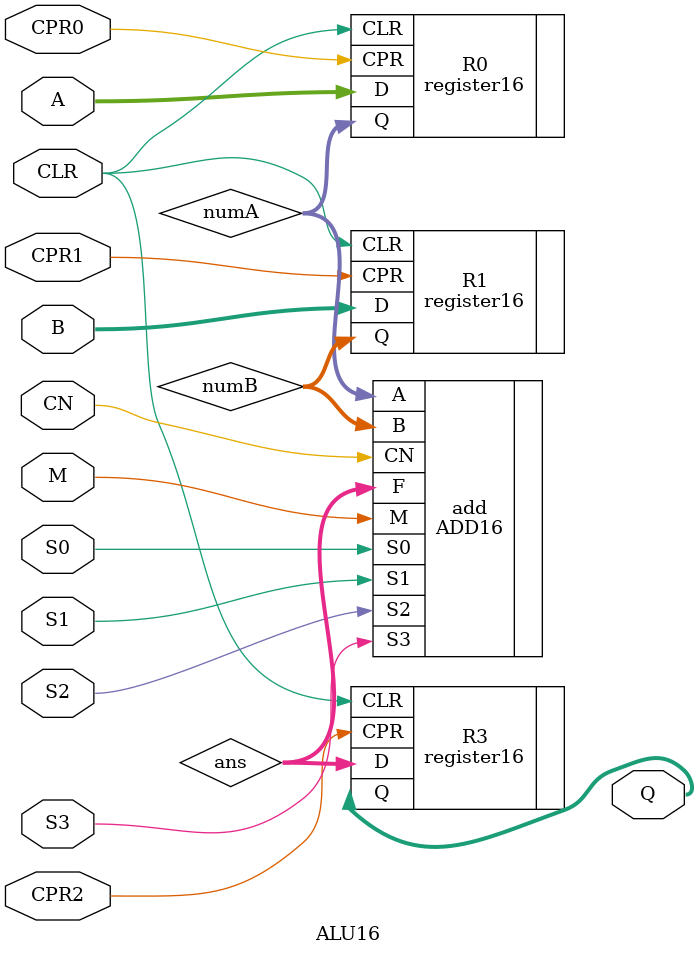
<source format=v>
module ALU16(
	input CPR0 ,
	input CPR1 ,
	input CPR2 ,
	input M ,
	input S0 ,
	input S1 ,
	input S2 ,
	input S3 ,
	input[15:0] A,
	input[15:0] B,
	input CN , 
	input CLR ,
	output[15:0] Q
);
	
	wire[15:0] numA, NUMA, numB;
	wire[15:0] ans;
	
	register16 R0(
		.D(A) ,
		.CLR(CLR) ,
		.CPR(CPR0) ,
		.Q(numA)
	);
	register16 R1(
		.D(B) ,
		.CLR(CLR) ,
		.CPR(CPR1) ,
		.Q(numB)
	);
	 
	ADD16 add(
		.A(numA),				
		.B(numB),				
		.S0(S0),
		.S1(S1),
		.S2(S2),
		.S3(S3),
		.M(M),						
		.CN(CN) ,				
		.F(ans)
	);
	
	register16 R3(
		.D(ans) ,
		.CLR(CLR) ,
		.CPR(CPR2) ,
		.Q(Q)
	);
	
	

endmodule 
</source>
